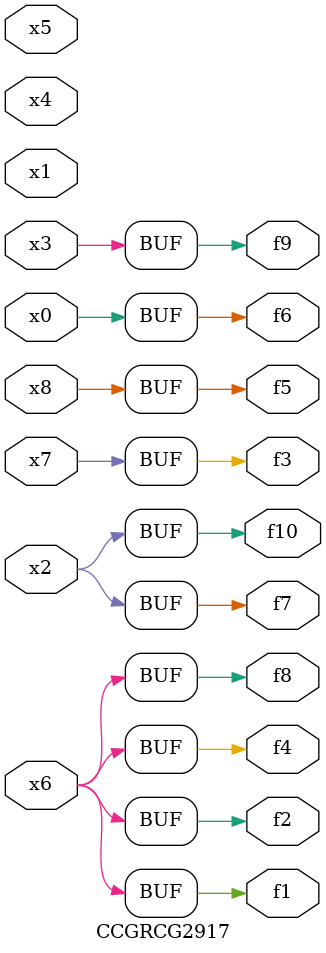
<source format=v>
module CCGRCG2917(
	input x0, x1, x2, x3, x4, x5, x6, x7, x8,
	output f1, f2, f3, f4, f5, f6, f7, f8, f9, f10
);
	assign f1 = x6;
	assign f2 = x6;
	assign f3 = x7;
	assign f4 = x6;
	assign f5 = x8;
	assign f6 = x0;
	assign f7 = x2;
	assign f8 = x6;
	assign f9 = x3;
	assign f10 = x2;
endmodule

</source>
